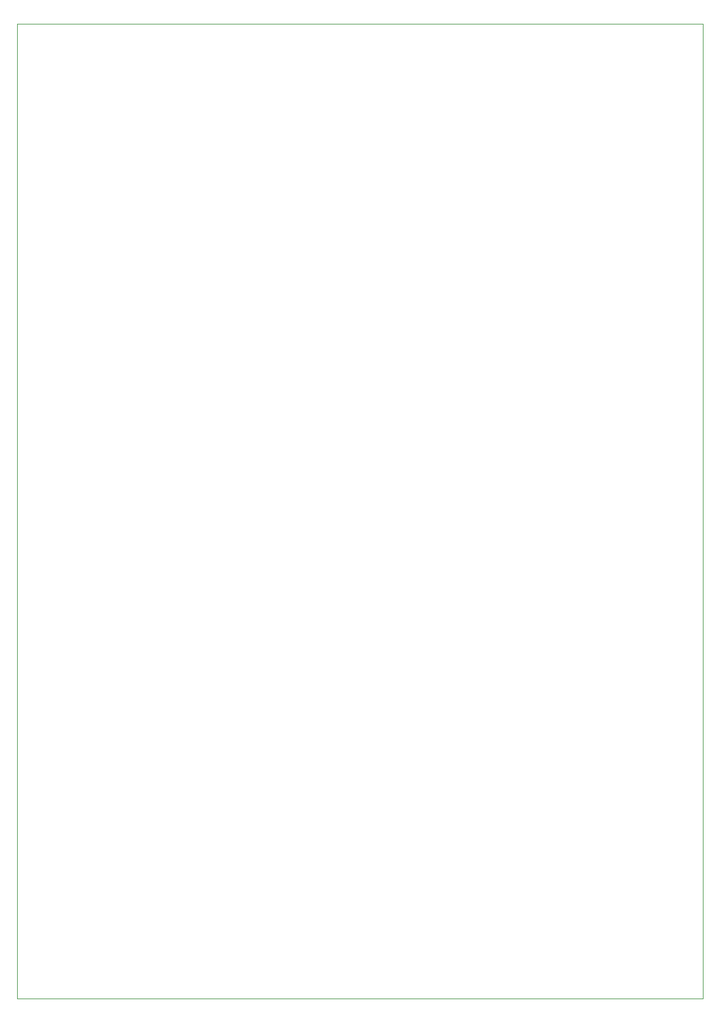
<source format=gbr>
%TF.GenerationSoftware,Altium Limited,Altium Designer,22.1.2 (22)*%
G04 Layer_Color=0*
%FSLAX45Y45*%
%MOMM*%
%TF.SameCoordinates,C5451D44-FA68-4CDD-92CA-08ED0B408621*%
%TF.FilePolarity,Positive*%
%TF.FileFunction,Profile,NP*%
%TF.Part,Single*%
G01*
G75*
%TA.AperFunction,Profile*%
%ADD221C,0.02540*%
D221*
X0Y0D02*
Y13500000D01*
X9500000Y13500000D01*
Y0D01*
X0D01*
%TF.MD5,78a80bac0b2f473030d7b02f0713813b*%
M02*

</source>
